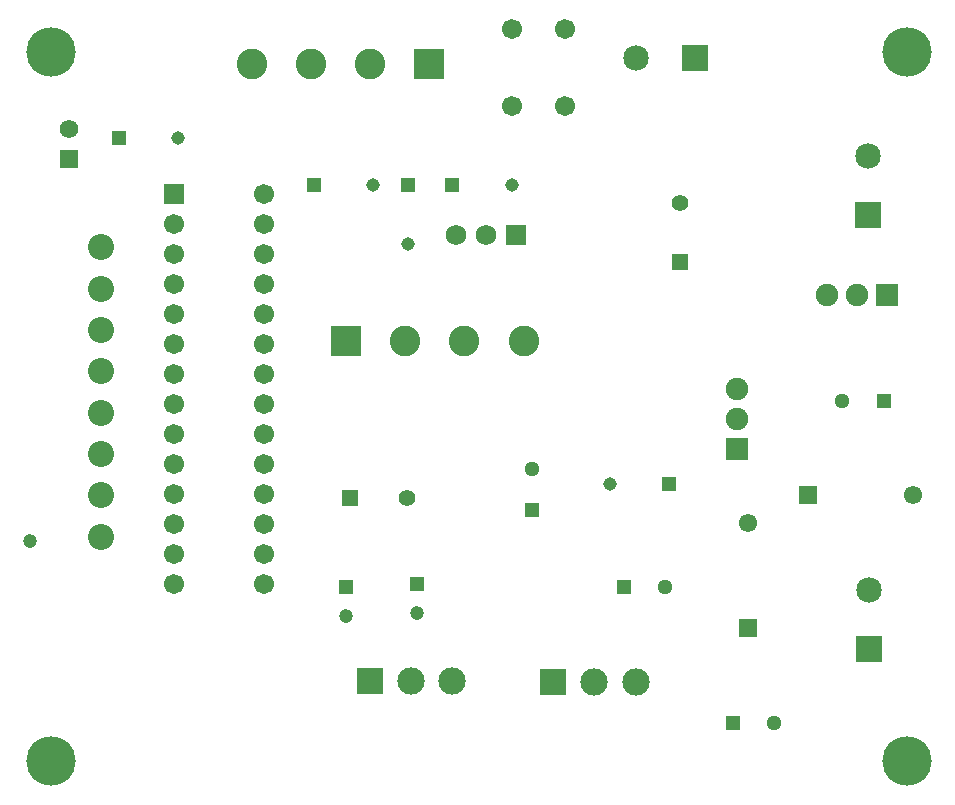
<source format=gbs>
G04*
G04 #@! TF.GenerationSoftware,Altium Limited,Altium Designer,22.4.2 (48)*
G04*
G04 Layer_Color=16711935*
%FSLAX23Y23*%
%MOIN*%
G70*
G04*
G04 #@! TF.SameCoordinates,3F3D87A5-55CA-4D91-88C0-6D81586DF976*
G04*
G04*
G04 #@! TF.FilePolarity,Negative*
G04*
G01*
G75*
%ADD18R,0.045X0.045*%
%ADD19C,0.045*%
%ADD20R,0.051X0.051*%
%ADD21C,0.051*%
%ADD22R,0.061X0.061*%
%ADD23C,0.061*%
%ADD24C,0.102*%
%ADD25R,0.102X0.102*%
%ADD26C,0.067*%
%ADD27R,0.067X0.067*%
%ADD28C,0.091*%
%ADD29R,0.091X0.091*%
%ADD30R,0.051X0.051*%
%ADD31C,0.055*%
%ADD32R,0.055X0.055*%
%ADD33R,0.061X0.061*%
%ADD34R,0.085X0.085*%
%ADD35C,0.085*%
%ADD36C,0.075*%
%ADD37R,0.075X0.075*%
%ADD38R,0.075X0.075*%
%ADD39R,0.085X0.085*%
%ADD40R,0.055X0.055*%
%ADD41C,0.055*%
%ADD42R,0.069X0.069*%
%ADD43C,0.069*%
%ADD44R,0.045X0.045*%
%ADD45C,0.087*%
%ADD46R,0.062X0.062*%
%ADD47C,0.062*%
%ADD48C,0.047*%
%ADD49R,0.047X0.047*%
%ADD50C,0.165*%
%ADD51C,0.047*%
D18*
X2256Y1122D02*
D03*
X1073Y2116D02*
D03*
X1535D02*
D03*
X423Y2274D02*
D03*
D19*
X2059Y1122D02*
D03*
X1270Y2116D02*
D03*
X1732D02*
D03*
X1388Y1919D02*
D03*
X620Y2274D02*
D03*
D20*
X2470Y325D02*
D03*
X2106Y778D02*
D03*
X2972Y1398D02*
D03*
D21*
X2608Y325D02*
D03*
X2244Y778D02*
D03*
X1801Y1171D02*
D03*
X2835Y1398D02*
D03*
D22*
X2719Y1083D02*
D03*
D23*
X3069D02*
D03*
X2520Y992D02*
D03*
D24*
X1772Y1596D02*
D03*
X1575D02*
D03*
X1378D02*
D03*
X866Y2520D02*
D03*
X1063D02*
D03*
X1260D02*
D03*
D25*
X1181Y1596D02*
D03*
X1457Y2520D02*
D03*
D26*
X908Y787D02*
D03*
Y887D02*
D03*
Y987D02*
D03*
Y1087D02*
D03*
Y1187D02*
D03*
Y1287D02*
D03*
Y1387D02*
D03*
Y1487D02*
D03*
Y1587D02*
D03*
Y1687D02*
D03*
Y1787D02*
D03*
Y1887D02*
D03*
Y1987D02*
D03*
Y2087D02*
D03*
X608Y787D02*
D03*
Y887D02*
D03*
Y987D02*
D03*
Y1087D02*
D03*
Y1187D02*
D03*
Y1287D02*
D03*
Y1387D02*
D03*
Y1487D02*
D03*
Y1587D02*
D03*
Y1687D02*
D03*
Y1787D02*
D03*
Y1887D02*
D03*
Y1987D02*
D03*
X1909Y2638D02*
D03*
X1732D02*
D03*
X1909Y2382D02*
D03*
X1732D02*
D03*
D27*
X608Y2087D02*
D03*
D28*
X2146Y459D02*
D03*
X2008D02*
D03*
X1398Y463D02*
D03*
X1535D02*
D03*
D29*
X1870Y459D02*
D03*
X1260Y463D02*
D03*
D30*
X1801Y1033D02*
D03*
D31*
X1385Y1073D02*
D03*
D32*
X1193D02*
D03*
D33*
X2520Y642D02*
D03*
D34*
X2923Y571D02*
D03*
X2921Y2018D02*
D03*
D35*
X2923Y768D02*
D03*
X2921Y2215D02*
D03*
X2146Y2539D02*
D03*
D36*
X2784Y1752D02*
D03*
X2884D02*
D03*
X2482Y1337D02*
D03*
Y1437D02*
D03*
D37*
X2984Y1752D02*
D03*
D38*
X2482Y1237D02*
D03*
D39*
X2343Y2539D02*
D03*
D40*
X2293Y1860D02*
D03*
D41*
Y2057D02*
D03*
D42*
X1746Y1949D02*
D03*
D43*
X1646D02*
D03*
X1546D02*
D03*
D44*
X1388Y2116D02*
D03*
D45*
X364Y1909D02*
D03*
Y1772D02*
D03*
Y1634D02*
D03*
Y1496D02*
D03*
Y1358D02*
D03*
Y1220D02*
D03*
Y1083D02*
D03*
Y945D02*
D03*
D46*
X256Y2204D02*
D03*
D47*
Y2304D02*
D03*
D48*
X1417Y689D02*
D03*
X1181Y679D02*
D03*
D49*
X1417Y787D02*
D03*
X1181Y778D02*
D03*
D50*
X197Y2559D02*
D03*
Y197D02*
D03*
X3051D02*
D03*
Y2559D02*
D03*
D51*
X126Y929D02*
D03*
M02*

</source>
